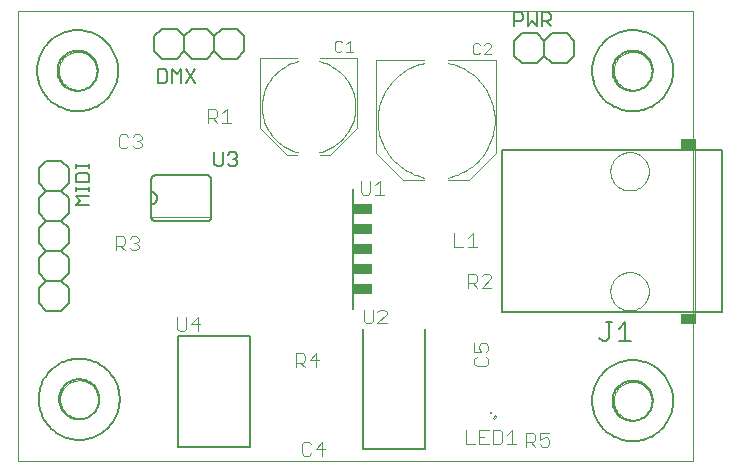
<source format=gto>
G75*
%MOIN*%
%OFA0B0*%
%FSLAX24Y24*%
%IPPOS*%
%LPD*%
%AMOC8*
5,1,8,0,0,1.08239X$1,22.5*
%
%ADD10C,0.0000*%
%ADD11C,0.0060*%
%ADD12C,0.0020*%
%ADD13C,0.0050*%
%ADD14C,0.0080*%
%ADD15C,0.0040*%
%ADD16R,0.0660X0.0380*%
%ADD17C,0.0030*%
%ADD18C,0.0004*%
%ADD19R,0.0450X0.0364*%
%ADD20C,0.0025*%
%ADD21C,0.0098*%
D10*
X000300Y003064D02*
X000300Y018064D01*
X022800Y018064D01*
X022800Y003064D01*
X000300Y003064D01*
X001720Y005114D02*
X001722Y005164D01*
X001728Y005214D01*
X001738Y005263D01*
X001752Y005311D01*
X001769Y005358D01*
X001790Y005403D01*
X001815Y005447D01*
X001843Y005488D01*
X001875Y005527D01*
X001909Y005564D01*
X001946Y005598D01*
X001986Y005628D01*
X002028Y005655D01*
X002072Y005679D01*
X002118Y005700D01*
X002165Y005716D01*
X002213Y005729D01*
X002263Y005738D01*
X002312Y005743D01*
X002363Y005744D01*
X002413Y005741D01*
X002462Y005734D01*
X002511Y005723D01*
X002559Y005708D01*
X002605Y005690D01*
X002650Y005668D01*
X002693Y005642D01*
X002734Y005613D01*
X002773Y005581D01*
X002809Y005546D01*
X002841Y005508D01*
X002871Y005468D01*
X002898Y005425D01*
X002921Y005381D01*
X002940Y005335D01*
X002956Y005287D01*
X002968Y005238D01*
X002976Y005189D01*
X002980Y005139D01*
X002980Y005089D01*
X002976Y005039D01*
X002968Y004990D01*
X002956Y004941D01*
X002940Y004893D01*
X002921Y004847D01*
X002898Y004803D01*
X002871Y004760D01*
X002841Y004720D01*
X002809Y004682D01*
X002773Y004647D01*
X002734Y004615D01*
X002693Y004586D01*
X002650Y004560D01*
X002605Y004538D01*
X002559Y004520D01*
X002511Y004505D01*
X002462Y004494D01*
X002413Y004487D01*
X002363Y004484D01*
X002312Y004485D01*
X002263Y004490D01*
X002213Y004499D01*
X002165Y004512D01*
X002118Y004528D01*
X002072Y004549D01*
X002028Y004573D01*
X001986Y004600D01*
X001946Y004630D01*
X001909Y004664D01*
X001875Y004701D01*
X001843Y004740D01*
X001815Y004781D01*
X001790Y004825D01*
X001769Y004870D01*
X001752Y004917D01*
X001738Y004965D01*
X001728Y005014D01*
X001722Y005064D01*
X001720Y005114D01*
X001670Y016064D02*
X001672Y016114D01*
X001678Y016164D01*
X001688Y016213D01*
X001702Y016261D01*
X001719Y016308D01*
X001740Y016353D01*
X001765Y016397D01*
X001793Y016438D01*
X001825Y016477D01*
X001859Y016514D01*
X001896Y016548D01*
X001936Y016578D01*
X001978Y016605D01*
X002022Y016629D01*
X002068Y016650D01*
X002115Y016666D01*
X002163Y016679D01*
X002213Y016688D01*
X002262Y016693D01*
X002313Y016694D01*
X002363Y016691D01*
X002412Y016684D01*
X002461Y016673D01*
X002509Y016658D01*
X002555Y016640D01*
X002600Y016618D01*
X002643Y016592D01*
X002684Y016563D01*
X002723Y016531D01*
X002759Y016496D01*
X002791Y016458D01*
X002821Y016418D01*
X002848Y016375D01*
X002871Y016331D01*
X002890Y016285D01*
X002906Y016237D01*
X002918Y016188D01*
X002926Y016139D01*
X002930Y016089D01*
X002930Y016039D01*
X002926Y015989D01*
X002918Y015940D01*
X002906Y015891D01*
X002890Y015843D01*
X002871Y015797D01*
X002848Y015753D01*
X002821Y015710D01*
X002791Y015670D01*
X002759Y015632D01*
X002723Y015597D01*
X002684Y015565D01*
X002643Y015536D01*
X002600Y015510D01*
X002555Y015488D01*
X002509Y015470D01*
X002461Y015455D01*
X002412Y015444D01*
X002363Y015437D01*
X002313Y015434D01*
X002262Y015435D01*
X002213Y015440D01*
X002163Y015449D01*
X002115Y015462D01*
X002068Y015478D01*
X002022Y015499D01*
X001978Y015523D01*
X001936Y015550D01*
X001896Y015580D01*
X001859Y015614D01*
X001825Y015651D01*
X001793Y015690D01*
X001765Y015731D01*
X001740Y015775D01*
X001719Y015820D01*
X001702Y015867D01*
X001688Y015915D01*
X001678Y015964D01*
X001672Y016014D01*
X001670Y016064D01*
X020060Y012714D02*
X020062Y012764D01*
X020068Y012814D01*
X020078Y012863D01*
X020091Y012912D01*
X020109Y012959D01*
X020130Y013005D01*
X020154Y013048D01*
X020182Y013090D01*
X020213Y013130D01*
X020247Y013167D01*
X020284Y013201D01*
X020324Y013232D01*
X020366Y013260D01*
X020409Y013284D01*
X020455Y013305D01*
X020502Y013323D01*
X020551Y013336D01*
X020600Y013346D01*
X020650Y013352D01*
X020700Y013354D01*
X020750Y013352D01*
X020800Y013346D01*
X020849Y013336D01*
X020898Y013323D01*
X020945Y013305D01*
X020991Y013284D01*
X021034Y013260D01*
X021076Y013232D01*
X021116Y013201D01*
X021153Y013167D01*
X021187Y013130D01*
X021218Y013090D01*
X021246Y013048D01*
X021270Y013005D01*
X021291Y012959D01*
X021309Y012912D01*
X021322Y012863D01*
X021332Y012814D01*
X021338Y012764D01*
X021340Y012714D01*
X021338Y012664D01*
X021332Y012614D01*
X021322Y012565D01*
X021309Y012516D01*
X021291Y012469D01*
X021270Y012423D01*
X021246Y012380D01*
X021218Y012338D01*
X021187Y012298D01*
X021153Y012261D01*
X021116Y012227D01*
X021076Y012196D01*
X021034Y012168D01*
X020991Y012144D01*
X020945Y012123D01*
X020898Y012105D01*
X020849Y012092D01*
X020800Y012082D01*
X020750Y012076D01*
X020700Y012074D01*
X020650Y012076D01*
X020600Y012082D01*
X020551Y012092D01*
X020502Y012105D01*
X020455Y012123D01*
X020409Y012144D01*
X020366Y012168D01*
X020324Y012196D01*
X020284Y012227D01*
X020247Y012261D01*
X020213Y012298D01*
X020182Y012338D01*
X020154Y012380D01*
X020130Y012423D01*
X020109Y012469D01*
X020091Y012516D01*
X020078Y012565D01*
X020068Y012614D01*
X020062Y012664D01*
X020060Y012714D01*
X020170Y016064D02*
X020172Y016114D01*
X020178Y016164D01*
X020188Y016213D01*
X020202Y016261D01*
X020219Y016308D01*
X020240Y016353D01*
X020265Y016397D01*
X020293Y016438D01*
X020325Y016477D01*
X020359Y016514D01*
X020396Y016548D01*
X020436Y016578D01*
X020478Y016605D01*
X020522Y016629D01*
X020568Y016650D01*
X020615Y016666D01*
X020663Y016679D01*
X020713Y016688D01*
X020762Y016693D01*
X020813Y016694D01*
X020863Y016691D01*
X020912Y016684D01*
X020961Y016673D01*
X021009Y016658D01*
X021055Y016640D01*
X021100Y016618D01*
X021143Y016592D01*
X021184Y016563D01*
X021223Y016531D01*
X021259Y016496D01*
X021291Y016458D01*
X021321Y016418D01*
X021348Y016375D01*
X021371Y016331D01*
X021390Y016285D01*
X021406Y016237D01*
X021418Y016188D01*
X021426Y016139D01*
X021430Y016089D01*
X021430Y016039D01*
X021426Y015989D01*
X021418Y015940D01*
X021406Y015891D01*
X021390Y015843D01*
X021371Y015797D01*
X021348Y015753D01*
X021321Y015710D01*
X021291Y015670D01*
X021259Y015632D01*
X021223Y015597D01*
X021184Y015565D01*
X021143Y015536D01*
X021100Y015510D01*
X021055Y015488D01*
X021009Y015470D01*
X020961Y015455D01*
X020912Y015444D01*
X020863Y015437D01*
X020813Y015434D01*
X020762Y015435D01*
X020713Y015440D01*
X020663Y015449D01*
X020615Y015462D01*
X020568Y015478D01*
X020522Y015499D01*
X020478Y015523D01*
X020436Y015550D01*
X020396Y015580D01*
X020359Y015614D01*
X020325Y015651D01*
X020293Y015690D01*
X020265Y015731D01*
X020240Y015775D01*
X020219Y015820D01*
X020202Y015867D01*
X020188Y015915D01*
X020178Y015964D01*
X020172Y016014D01*
X020170Y016064D01*
X020060Y008714D02*
X020062Y008764D01*
X020068Y008814D01*
X020078Y008863D01*
X020091Y008912D01*
X020109Y008959D01*
X020130Y009005D01*
X020154Y009048D01*
X020182Y009090D01*
X020213Y009130D01*
X020247Y009167D01*
X020284Y009201D01*
X020324Y009232D01*
X020366Y009260D01*
X020409Y009284D01*
X020455Y009305D01*
X020502Y009323D01*
X020551Y009336D01*
X020600Y009346D01*
X020650Y009352D01*
X020700Y009354D01*
X020750Y009352D01*
X020800Y009346D01*
X020849Y009336D01*
X020898Y009323D01*
X020945Y009305D01*
X020991Y009284D01*
X021034Y009260D01*
X021076Y009232D01*
X021116Y009201D01*
X021153Y009167D01*
X021187Y009130D01*
X021218Y009090D01*
X021246Y009048D01*
X021270Y009005D01*
X021291Y008959D01*
X021309Y008912D01*
X021322Y008863D01*
X021332Y008814D01*
X021338Y008764D01*
X021340Y008714D01*
X021338Y008664D01*
X021332Y008614D01*
X021322Y008565D01*
X021309Y008516D01*
X021291Y008469D01*
X021270Y008423D01*
X021246Y008380D01*
X021218Y008338D01*
X021187Y008298D01*
X021153Y008261D01*
X021116Y008227D01*
X021076Y008196D01*
X021034Y008168D01*
X020991Y008144D01*
X020945Y008123D01*
X020898Y008105D01*
X020849Y008092D01*
X020800Y008082D01*
X020750Y008076D01*
X020700Y008074D01*
X020650Y008076D01*
X020600Y008082D01*
X020551Y008092D01*
X020502Y008105D01*
X020455Y008123D01*
X020409Y008144D01*
X020366Y008168D01*
X020324Y008196D01*
X020284Y008227D01*
X020247Y008261D01*
X020213Y008298D01*
X020182Y008338D01*
X020154Y008380D01*
X020130Y008423D01*
X020109Y008469D01*
X020091Y008516D01*
X020078Y008565D01*
X020068Y008614D01*
X020062Y008664D01*
X020060Y008714D01*
X020170Y005064D02*
X020172Y005114D01*
X020178Y005164D01*
X020188Y005213D01*
X020202Y005261D01*
X020219Y005308D01*
X020240Y005353D01*
X020265Y005397D01*
X020293Y005438D01*
X020325Y005477D01*
X020359Y005514D01*
X020396Y005548D01*
X020436Y005578D01*
X020478Y005605D01*
X020522Y005629D01*
X020568Y005650D01*
X020615Y005666D01*
X020663Y005679D01*
X020713Y005688D01*
X020762Y005693D01*
X020813Y005694D01*
X020863Y005691D01*
X020912Y005684D01*
X020961Y005673D01*
X021009Y005658D01*
X021055Y005640D01*
X021100Y005618D01*
X021143Y005592D01*
X021184Y005563D01*
X021223Y005531D01*
X021259Y005496D01*
X021291Y005458D01*
X021321Y005418D01*
X021348Y005375D01*
X021371Y005331D01*
X021390Y005285D01*
X021406Y005237D01*
X021418Y005188D01*
X021426Y005139D01*
X021430Y005089D01*
X021430Y005039D01*
X021426Y004989D01*
X021418Y004940D01*
X021406Y004891D01*
X021390Y004843D01*
X021371Y004797D01*
X021348Y004753D01*
X021321Y004710D01*
X021291Y004670D01*
X021259Y004632D01*
X021223Y004597D01*
X021184Y004565D01*
X021143Y004536D01*
X021100Y004510D01*
X021055Y004488D01*
X021009Y004470D01*
X020961Y004455D01*
X020912Y004444D01*
X020863Y004437D01*
X020813Y004434D01*
X020762Y004435D01*
X020713Y004440D01*
X020663Y004449D01*
X020615Y004462D01*
X020568Y004478D01*
X020522Y004499D01*
X020478Y004523D01*
X020436Y004550D01*
X020396Y004580D01*
X020359Y004614D01*
X020325Y004651D01*
X020293Y004690D01*
X020265Y004731D01*
X020240Y004775D01*
X020219Y004820D01*
X020202Y004867D01*
X020188Y004915D01*
X020178Y004964D01*
X020172Y005014D01*
X020170Y005064D01*
D11*
X019450Y005064D02*
X019452Y005137D01*
X019458Y005210D01*
X019468Y005282D01*
X019482Y005354D01*
X019499Y005425D01*
X019521Y005495D01*
X019546Y005564D01*
X019575Y005631D01*
X019607Y005696D01*
X019643Y005760D01*
X019683Y005822D01*
X019725Y005881D01*
X019771Y005938D01*
X019820Y005992D01*
X019872Y006044D01*
X019926Y006093D01*
X019983Y006139D01*
X020042Y006181D01*
X020104Y006221D01*
X020168Y006257D01*
X020233Y006289D01*
X020300Y006318D01*
X020369Y006343D01*
X020439Y006365D01*
X020510Y006382D01*
X020582Y006396D01*
X020654Y006406D01*
X020727Y006412D01*
X020800Y006414D01*
X020873Y006412D01*
X020946Y006406D01*
X021018Y006396D01*
X021090Y006382D01*
X021161Y006365D01*
X021231Y006343D01*
X021300Y006318D01*
X021367Y006289D01*
X021432Y006257D01*
X021496Y006221D01*
X021558Y006181D01*
X021617Y006139D01*
X021674Y006093D01*
X021728Y006044D01*
X021780Y005992D01*
X021829Y005938D01*
X021875Y005881D01*
X021917Y005822D01*
X021957Y005760D01*
X021993Y005696D01*
X022025Y005631D01*
X022054Y005564D01*
X022079Y005495D01*
X022101Y005425D01*
X022118Y005354D01*
X022132Y005282D01*
X022142Y005210D01*
X022148Y005137D01*
X022150Y005064D01*
X022148Y004991D01*
X022142Y004918D01*
X022132Y004846D01*
X022118Y004774D01*
X022101Y004703D01*
X022079Y004633D01*
X022054Y004564D01*
X022025Y004497D01*
X021993Y004432D01*
X021957Y004368D01*
X021917Y004306D01*
X021875Y004247D01*
X021829Y004190D01*
X021780Y004136D01*
X021728Y004084D01*
X021674Y004035D01*
X021617Y003989D01*
X021558Y003947D01*
X021496Y003907D01*
X021432Y003871D01*
X021367Y003839D01*
X021300Y003810D01*
X021231Y003785D01*
X021161Y003763D01*
X021090Y003746D01*
X021018Y003732D01*
X020946Y003722D01*
X020873Y003716D01*
X020800Y003714D01*
X020727Y003716D01*
X020654Y003722D01*
X020582Y003732D01*
X020510Y003746D01*
X020439Y003763D01*
X020369Y003785D01*
X020300Y003810D01*
X020233Y003839D01*
X020168Y003871D01*
X020104Y003907D01*
X020042Y003947D01*
X019983Y003989D01*
X019926Y004035D01*
X019872Y004084D01*
X019820Y004136D01*
X019771Y004190D01*
X019725Y004247D01*
X019683Y004306D01*
X019643Y004368D01*
X019607Y004432D01*
X019575Y004497D01*
X019546Y004564D01*
X019521Y004633D01*
X019499Y004703D01*
X019482Y004774D01*
X019468Y004846D01*
X019458Y004918D01*
X019452Y004991D01*
X019450Y005064D01*
X019798Y007044D02*
X019904Y007044D01*
X020011Y007151D01*
X020011Y007685D01*
X019904Y007685D02*
X020118Y007685D01*
X020335Y007471D02*
X020549Y007685D01*
X020549Y007044D01*
X020762Y007044D02*
X020335Y007044D01*
X019798Y007044D02*
X019691Y007151D01*
X019450Y016064D02*
X019452Y016137D01*
X019458Y016210D01*
X019468Y016282D01*
X019482Y016354D01*
X019499Y016425D01*
X019521Y016495D01*
X019546Y016564D01*
X019575Y016631D01*
X019607Y016696D01*
X019643Y016760D01*
X019683Y016822D01*
X019725Y016881D01*
X019771Y016938D01*
X019820Y016992D01*
X019872Y017044D01*
X019926Y017093D01*
X019983Y017139D01*
X020042Y017181D01*
X020104Y017221D01*
X020168Y017257D01*
X020233Y017289D01*
X020300Y017318D01*
X020369Y017343D01*
X020439Y017365D01*
X020510Y017382D01*
X020582Y017396D01*
X020654Y017406D01*
X020727Y017412D01*
X020800Y017414D01*
X020873Y017412D01*
X020946Y017406D01*
X021018Y017396D01*
X021090Y017382D01*
X021161Y017365D01*
X021231Y017343D01*
X021300Y017318D01*
X021367Y017289D01*
X021432Y017257D01*
X021496Y017221D01*
X021558Y017181D01*
X021617Y017139D01*
X021674Y017093D01*
X021728Y017044D01*
X021780Y016992D01*
X021829Y016938D01*
X021875Y016881D01*
X021917Y016822D01*
X021957Y016760D01*
X021993Y016696D01*
X022025Y016631D01*
X022054Y016564D01*
X022079Y016495D01*
X022101Y016425D01*
X022118Y016354D01*
X022132Y016282D01*
X022142Y016210D01*
X022148Y016137D01*
X022150Y016064D01*
X022148Y015991D01*
X022142Y015918D01*
X022132Y015846D01*
X022118Y015774D01*
X022101Y015703D01*
X022079Y015633D01*
X022054Y015564D01*
X022025Y015497D01*
X021993Y015432D01*
X021957Y015368D01*
X021917Y015306D01*
X021875Y015247D01*
X021829Y015190D01*
X021780Y015136D01*
X021728Y015084D01*
X021674Y015035D01*
X021617Y014989D01*
X021558Y014947D01*
X021496Y014907D01*
X021432Y014871D01*
X021367Y014839D01*
X021300Y014810D01*
X021231Y014785D01*
X021161Y014763D01*
X021090Y014746D01*
X021018Y014732D01*
X020946Y014722D01*
X020873Y014716D01*
X020800Y014714D01*
X020727Y014716D01*
X020654Y014722D01*
X020582Y014732D01*
X020510Y014746D01*
X020439Y014763D01*
X020369Y014785D01*
X020300Y014810D01*
X020233Y014839D01*
X020168Y014871D01*
X020104Y014907D01*
X020042Y014947D01*
X019983Y014989D01*
X019926Y015035D01*
X019872Y015084D01*
X019820Y015136D01*
X019771Y015190D01*
X019725Y015247D01*
X019683Y015306D01*
X019643Y015368D01*
X019607Y015432D01*
X019575Y015497D01*
X019546Y015564D01*
X019521Y015633D01*
X019499Y015703D01*
X019482Y015774D01*
X019468Y015846D01*
X019458Y015918D01*
X019452Y015991D01*
X019450Y016064D01*
X018850Y016564D02*
X018600Y016314D01*
X018100Y016314D01*
X017850Y016564D01*
X017600Y016314D01*
X017100Y016314D01*
X016850Y016564D01*
X016850Y017064D01*
X017100Y017314D01*
X017600Y017314D01*
X017850Y017064D01*
X018100Y017314D01*
X018600Y017314D01*
X018850Y017064D01*
X018850Y016564D01*
X017850Y016564D02*
X017850Y017064D01*
X007850Y017214D02*
X007850Y016714D01*
X007600Y016464D01*
X007100Y016464D01*
X006850Y016714D01*
X006600Y016464D01*
X006100Y016464D01*
X005850Y016714D01*
X005600Y016464D01*
X005100Y016464D01*
X004850Y016714D01*
X004850Y017214D01*
X005100Y017464D01*
X005600Y017464D01*
X005850Y017214D01*
X006100Y017464D01*
X006600Y017464D01*
X006850Y017214D01*
X007100Y017464D01*
X007600Y017464D01*
X007850Y017214D01*
X006850Y017214D02*
X006850Y016714D01*
X005850Y016714D02*
X005850Y017214D01*
X000950Y016064D02*
X000952Y016137D01*
X000958Y016210D01*
X000968Y016282D01*
X000982Y016354D01*
X000999Y016425D01*
X001021Y016495D01*
X001046Y016564D01*
X001075Y016631D01*
X001107Y016696D01*
X001143Y016760D01*
X001183Y016822D01*
X001225Y016881D01*
X001271Y016938D01*
X001320Y016992D01*
X001372Y017044D01*
X001426Y017093D01*
X001483Y017139D01*
X001542Y017181D01*
X001604Y017221D01*
X001668Y017257D01*
X001733Y017289D01*
X001800Y017318D01*
X001869Y017343D01*
X001939Y017365D01*
X002010Y017382D01*
X002082Y017396D01*
X002154Y017406D01*
X002227Y017412D01*
X002300Y017414D01*
X002373Y017412D01*
X002446Y017406D01*
X002518Y017396D01*
X002590Y017382D01*
X002661Y017365D01*
X002731Y017343D01*
X002800Y017318D01*
X002867Y017289D01*
X002932Y017257D01*
X002996Y017221D01*
X003058Y017181D01*
X003117Y017139D01*
X003174Y017093D01*
X003228Y017044D01*
X003280Y016992D01*
X003329Y016938D01*
X003375Y016881D01*
X003417Y016822D01*
X003457Y016760D01*
X003493Y016696D01*
X003525Y016631D01*
X003554Y016564D01*
X003579Y016495D01*
X003601Y016425D01*
X003618Y016354D01*
X003632Y016282D01*
X003642Y016210D01*
X003648Y016137D01*
X003650Y016064D01*
X003648Y015991D01*
X003642Y015918D01*
X003632Y015846D01*
X003618Y015774D01*
X003601Y015703D01*
X003579Y015633D01*
X003554Y015564D01*
X003525Y015497D01*
X003493Y015432D01*
X003457Y015368D01*
X003417Y015306D01*
X003375Y015247D01*
X003329Y015190D01*
X003280Y015136D01*
X003228Y015084D01*
X003174Y015035D01*
X003117Y014989D01*
X003058Y014947D01*
X002996Y014907D01*
X002932Y014871D01*
X002867Y014839D01*
X002800Y014810D01*
X002731Y014785D01*
X002661Y014763D01*
X002590Y014746D01*
X002518Y014732D01*
X002446Y014722D01*
X002373Y014716D01*
X002300Y014714D01*
X002227Y014716D01*
X002154Y014722D01*
X002082Y014732D01*
X002010Y014746D01*
X001939Y014763D01*
X001869Y014785D01*
X001800Y014810D01*
X001733Y014839D01*
X001668Y014871D01*
X001604Y014907D01*
X001542Y014947D01*
X001483Y014989D01*
X001426Y015035D01*
X001372Y015084D01*
X001320Y015136D01*
X001271Y015190D01*
X001225Y015247D01*
X001183Y015306D01*
X001143Y015368D01*
X001107Y015432D01*
X001075Y015497D01*
X001046Y015564D01*
X001021Y015633D01*
X000999Y015703D01*
X000982Y015774D01*
X000968Y015846D01*
X000958Y015918D01*
X000952Y015991D01*
X000950Y016064D01*
X001250Y013064D02*
X001000Y012814D01*
X001000Y012314D01*
X001250Y012064D01*
X001000Y011814D01*
X001000Y011314D01*
X001250Y011064D01*
X001750Y011064D01*
X002000Y011314D01*
X002000Y011814D01*
X001750Y012064D01*
X001250Y012064D01*
X001750Y012064D02*
X002000Y012314D01*
X002000Y012814D01*
X001750Y013064D01*
X001250Y013064D01*
X001250Y011064D02*
X001000Y010814D01*
X001000Y010314D01*
X001250Y010064D01*
X001000Y009814D01*
X001000Y009314D01*
X001250Y009064D01*
X001000Y008814D01*
X001000Y008314D01*
X001250Y008064D01*
X001750Y008064D01*
X002000Y008314D01*
X002000Y008814D01*
X001750Y009064D01*
X001250Y009064D01*
X001750Y009064D02*
X002000Y009314D01*
X002000Y009814D01*
X001750Y010064D01*
X001250Y010064D01*
X001750Y010064D02*
X002000Y010314D01*
X002000Y010814D01*
X001750Y011064D01*
X004750Y011194D02*
X004750Y011614D01*
X004750Y012014D01*
X004750Y012434D01*
X004752Y012457D01*
X004757Y012480D01*
X004766Y012502D01*
X004779Y012522D01*
X004794Y012540D01*
X004812Y012555D01*
X004832Y012568D01*
X004854Y012577D01*
X004877Y012582D01*
X004900Y012584D01*
X006600Y012584D01*
X006623Y012582D01*
X006646Y012577D01*
X006668Y012568D01*
X006688Y012555D01*
X006706Y012540D01*
X006721Y012522D01*
X006734Y012502D01*
X006743Y012480D01*
X006748Y012457D01*
X006750Y012434D01*
X006750Y011194D01*
X006748Y011171D01*
X006743Y011148D01*
X006734Y011126D01*
X006721Y011106D01*
X006706Y011088D01*
X006688Y011073D01*
X006668Y011060D01*
X006646Y011051D01*
X006623Y011046D01*
X006600Y011044D01*
X004900Y011044D01*
X004877Y011046D01*
X004854Y011051D01*
X004832Y011060D01*
X004812Y011073D01*
X004794Y011088D01*
X004779Y011106D01*
X004766Y011126D01*
X004757Y011148D01*
X004752Y011171D01*
X004750Y011194D01*
X004750Y011614D02*
X004777Y011616D01*
X004804Y011621D01*
X004830Y011631D01*
X004854Y011643D01*
X004876Y011659D01*
X004896Y011677D01*
X004913Y011699D01*
X004928Y011722D01*
X004938Y011747D01*
X004946Y011773D01*
X004950Y011800D01*
X004950Y011828D01*
X004946Y011855D01*
X004938Y011881D01*
X004928Y011906D01*
X004913Y011929D01*
X004896Y011951D01*
X004876Y011969D01*
X004854Y011985D01*
X004830Y011997D01*
X004804Y012007D01*
X004777Y012012D01*
X004750Y012014D01*
X001000Y005114D02*
X001002Y005187D01*
X001008Y005260D01*
X001018Y005332D01*
X001032Y005404D01*
X001049Y005475D01*
X001071Y005545D01*
X001096Y005614D01*
X001125Y005681D01*
X001157Y005746D01*
X001193Y005810D01*
X001233Y005872D01*
X001275Y005931D01*
X001321Y005988D01*
X001370Y006042D01*
X001422Y006094D01*
X001476Y006143D01*
X001533Y006189D01*
X001592Y006231D01*
X001654Y006271D01*
X001718Y006307D01*
X001783Y006339D01*
X001850Y006368D01*
X001919Y006393D01*
X001989Y006415D01*
X002060Y006432D01*
X002132Y006446D01*
X002204Y006456D01*
X002277Y006462D01*
X002350Y006464D01*
X002423Y006462D01*
X002496Y006456D01*
X002568Y006446D01*
X002640Y006432D01*
X002711Y006415D01*
X002781Y006393D01*
X002850Y006368D01*
X002917Y006339D01*
X002982Y006307D01*
X003046Y006271D01*
X003108Y006231D01*
X003167Y006189D01*
X003224Y006143D01*
X003278Y006094D01*
X003330Y006042D01*
X003379Y005988D01*
X003425Y005931D01*
X003467Y005872D01*
X003507Y005810D01*
X003543Y005746D01*
X003575Y005681D01*
X003604Y005614D01*
X003629Y005545D01*
X003651Y005475D01*
X003668Y005404D01*
X003682Y005332D01*
X003692Y005260D01*
X003698Y005187D01*
X003700Y005114D01*
X003698Y005041D01*
X003692Y004968D01*
X003682Y004896D01*
X003668Y004824D01*
X003651Y004753D01*
X003629Y004683D01*
X003604Y004614D01*
X003575Y004547D01*
X003543Y004482D01*
X003507Y004418D01*
X003467Y004356D01*
X003425Y004297D01*
X003379Y004240D01*
X003330Y004186D01*
X003278Y004134D01*
X003224Y004085D01*
X003167Y004039D01*
X003108Y003997D01*
X003046Y003957D01*
X002982Y003921D01*
X002917Y003889D01*
X002850Y003860D01*
X002781Y003835D01*
X002711Y003813D01*
X002640Y003796D01*
X002568Y003782D01*
X002496Y003772D01*
X002423Y003766D01*
X002350Y003764D01*
X002277Y003766D01*
X002204Y003772D01*
X002132Y003782D01*
X002060Y003796D01*
X001989Y003813D01*
X001919Y003835D01*
X001850Y003860D01*
X001783Y003889D01*
X001718Y003921D01*
X001654Y003957D01*
X001592Y003997D01*
X001533Y004039D01*
X001476Y004085D01*
X001422Y004134D01*
X001370Y004186D01*
X001321Y004240D01*
X001275Y004297D01*
X001233Y004356D01*
X001193Y004418D01*
X001157Y004482D01*
X001125Y004547D01*
X001096Y004614D01*
X001071Y004683D01*
X001049Y004753D01*
X001032Y004824D01*
X001018Y004896D01*
X001008Y004968D01*
X001002Y005041D01*
X001000Y005114D01*
D12*
X004750Y011184D02*
X006750Y011184D01*
D13*
X006929Y012889D02*
X007079Y012889D01*
X007154Y012964D01*
X007154Y013340D01*
X007315Y013265D02*
X007390Y013340D01*
X007540Y013340D01*
X007615Y013265D01*
X007615Y013190D01*
X007540Y013115D01*
X007615Y013039D01*
X007615Y012964D01*
X007540Y012889D01*
X007390Y012889D01*
X007315Y012964D01*
X007465Y013115D02*
X007540Y013115D01*
X006929Y012889D02*
X006854Y012964D01*
X006854Y013340D01*
X006216Y015659D02*
X005916Y016110D01*
X005756Y016110D02*
X005756Y015659D01*
X005916Y015659D02*
X006216Y016110D01*
X005756Y016110D02*
X005606Y015960D01*
X005455Y016110D01*
X005455Y015659D01*
X005295Y015734D02*
X005295Y016035D01*
X005220Y016110D01*
X004995Y016110D01*
X004995Y015659D01*
X005220Y015659D01*
X005295Y015734D01*
X002695Y012963D02*
X002695Y012812D01*
X002695Y012887D02*
X002245Y012887D01*
X002245Y012812D02*
X002245Y012963D01*
X002320Y012652D02*
X002245Y012577D01*
X002245Y012352D01*
X002695Y012352D01*
X002695Y012577D01*
X002620Y012652D01*
X002320Y012652D01*
X002245Y012195D02*
X002245Y012045D01*
X002245Y012120D02*
X002695Y012120D01*
X002695Y012045D02*
X002695Y012195D01*
X002695Y011885D02*
X002245Y011885D01*
X002395Y011735D01*
X002245Y011585D01*
X002695Y011585D01*
X016845Y017559D02*
X016845Y018010D01*
X017070Y018010D01*
X017145Y017935D01*
X017145Y017785D01*
X017070Y017709D01*
X016845Y017709D01*
X017305Y017559D02*
X017305Y018010D01*
X017606Y018010D02*
X017606Y017559D01*
X017456Y017709D01*
X017305Y017559D01*
X017766Y017559D02*
X017766Y018010D01*
X017991Y018010D01*
X018066Y017935D01*
X018066Y017785D01*
X017991Y017709D01*
X017766Y017709D01*
X017916Y017709D02*
X018066Y017559D01*
D14*
X020131Y016064D02*
X020133Y016115D01*
X020139Y016166D01*
X020149Y016216D01*
X020162Y016266D01*
X020180Y016314D01*
X020200Y016361D01*
X020225Y016406D01*
X020253Y016449D01*
X020284Y016490D01*
X020318Y016528D01*
X020355Y016563D01*
X020394Y016596D01*
X020436Y016626D01*
X020480Y016652D01*
X020526Y016674D01*
X020574Y016694D01*
X020623Y016709D01*
X020673Y016721D01*
X020723Y016729D01*
X020774Y016733D01*
X020826Y016733D01*
X020877Y016729D01*
X020927Y016721D01*
X020977Y016709D01*
X021026Y016694D01*
X021074Y016674D01*
X021120Y016652D01*
X021164Y016626D01*
X021206Y016596D01*
X021245Y016563D01*
X021282Y016528D01*
X021316Y016490D01*
X021347Y016449D01*
X021375Y016406D01*
X021400Y016361D01*
X021420Y016314D01*
X021438Y016266D01*
X021451Y016216D01*
X021461Y016166D01*
X021467Y016115D01*
X021469Y016064D01*
X021467Y016013D01*
X021461Y015962D01*
X021451Y015912D01*
X021438Y015862D01*
X021420Y015814D01*
X021400Y015767D01*
X021375Y015722D01*
X021347Y015679D01*
X021316Y015638D01*
X021282Y015600D01*
X021245Y015565D01*
X021206Y015532D01*
X021164Y015502D01*
X021120Y015476D01*
X021074Y015454D01*
X021026Y015434D01*
X020977Y015419D01*
X020927Y015407D01*
X020877Y015399D01*
X020826Y015395D01*
X020774Y015395D01*
X020723Y015399D01*
X020673Y015407D01*
X020623Y015419D01*
X020574Y015434D01*
X020526Y015454D01*
X020480Y015476D01*
X020436Y015502D01*
X020394Y015532D01*
X020355Y015565D01*
X020318Y015600D01*
X020284Y015638D01*
X020253Y015679D01*
X020225Y015722D01*
X020200Y015767D01*
X020180Y015814D01*
X020162Y015862D01*
X020149Y015912D01*
X020139Y015962D01*
X020133Y016013D01*
X020131Y016064D01*
X023764Y013422D02*
X016441Y013422D01*
X016441Y008007D01*
X023764Y008007D01*
X023764Y013422D01*
X013874Y007472D02*
X013874Y003456D01*
X011826Y003456D01*
X011826Y007472D01*
X011484Y008109D02*
X011484Y012120D01*
X008060Y007206D02*
X005640Y007206D01*
X005640Y003522D01*
X008060Y003522D01*
X008060Y007206D01*
X001681Y005114D02*
X001683Y005165D01*
X001689Y005216D01*
X001699Y005266D01*
X001712Y005316D01*
X001730Y005364D01*
X001750Y005411D01*
X001775Y005456D01*
X001803Y005499D01*
X001834Y005540D01*
X001868Y005578D01*
X001905Y005613D01*
X001944Y005646D01*
X001986Y005676D01*
X002030Y005702D01*
X002076Y005724D01*
X002124Y005744D01*
X002173Y005759D01*
X002223Y005771D01*
X002273Y005779D01*
X002324Y005783D01*
X002376Y005783D01*
X002427Y005779D01*
X002477Y005771D01*
X002527Y005759D01*
X002576Y005744D01*
X002624Y005724D01*
X002670Y005702D01*
X002714Y005676D01*
X002756Y005646D01*
X002795Y005613D01*
X002832Y005578D01*
X002866Y005540D01*
X002897Y005499D01*
X002925Y005456D01*
X002950Y005411D01*
X002970Y005364D01*
X002988Y005316D01*
X003001Y005266D01*
X003011Y005216D01*
X003017Y005165D01*
X003019Y005114D01*
X003017Y005063D01*
X003011Y005012D01*
X003001Y004962D01*
X002988Y004912D01*
X002970Y004864D01*
X002950Y004817D01*
X002925Y004772D01*
X002897Y004729D01*
X002866Y004688D01*
X002832Y004650D01*
X002795Y004615D01*
X002756Y004582D01*
X002714Y004552D01*
X002670Y004526D01*
X002624Y004504D01*
X002576Y004484D01*
X002527Y004469D01*
X002477Y004457D01*
X002427Y004449D01*
X002376Y004445D01*
X002324Y004445D01*
X002273Y004449D01*
X002223Y004457D01*
X002173Y004469D01*
X002124Y004484D01*
X002076Y004504D01*
X002030Y004526D01*
X001986Y004552D01*
X001944Y004582D01*
X001905Y004615D01*
X001868Y004650D01*
X001834Y004688D01*
X001803Y004729D01*
X001775Y004772D01*
X001750Y004817D01*
X001730Y004864D01*
X001712Y004912D01*
X001699Y004962D01*
X001689Y005012D01*
X001683Y005063D01*
X001681Y005114D01*
X001631Y016064D02*
X001633Y016115D01*
X001639Y016166D01*
X001649Y016216D01*
X001662Y016266D01*
X001680Y016314D01*
X001700Y016361D01*
X001725Y016406D01*
X001753Y016449D01*
X001784Y016490D01*
X001818Y016528D01*
X001855Y016563D01*
X001894Y016596D01*
X001936Y016626D01*
X001980Y016652D01*
X002026Y016674D01*
X002074Y016694D01*
X002123Y016709D01*
X002173Y016721D01*
X002223Y016729D01*
X002274Y016733D01*
X002326Y016733D01*
X002377Y016729D01*
X002427Y016721D01*
X002477Y016709D01*
X002526Y016694D01*
X002574Y016674D01*
X002620Y016652D01*
X002664Y016626D01*
X002706Y016596D01*
X002745Y016563D01*
X002782Y016528D01*
X002816Y016490D01*
X002847Y016449D01*
X002875Y016406D01*
X002900Y016361D01*
X002920Y016314D01*
X002938Y016266D01*
X002951Y016216D01*
X002961Y016166D01*
X002967Y016115D01*
X002969Y016064D01*
X002967Y016013D01*
X002961Y015962D01*
X002951Y015912D01*
X002938Y015862D01*
X002920Y015814D01*
X002900Y015767D01*
X002875Y015722D01*
X002847Y015679D01*
X002816Y015638D01*
X002782Y015600D01*
X002745Y015565D01*
X002706Y015532D01*
X002664Y015502D01*
X002620Y015476D01*
X002574Y015454D01*
X002526Y015434D01*
X002477Y015419D01*
X002427Y015407D01*
X002377Y015399D01*
X002326Y015395D01*
X002274Y015395D01*
X002223Y015399D01*
X002173Y015407D01*
X002123Y015419D01*
X002074Y015434D01*
X002026Y015454D01*
X001980Y015476D01*
X001936Y015502D01*
X001894Y015532D01*
X001855Y015565D01*
X001818Y015600D01*
X001784Y015638D01*
X001753Y015679D01*
X001725Y015722D01*
X001700Y015767D01*
X001680Y015814D01*
X001662Y015862D01*
X001649Y015912D01*
X001639Y015962D01*
X001633Y016013D01*
X001631Y016064D01*
X020131Y005064D02*
X020133Y005115D01*
X020139Y005166D01*
X020149Y005216D01*
X020162Y005266D01*
X020180Y005314D01*
X020200Y005361D01*
X020225Y005406D01*
X020253Y005449D01*
X020284Y005490D01*
X020318Y005528D01*
X020355Y005563D01*
X020394Y005596D01*
X020436Y005626D01*
X020480Y005652D01*
X020526Y005674D01*
X020574Y005694D01*
X020623Y005709D01*
X020673Y005721D01*
X020723Y005729D01*
X020774Y005733D01*
X020826Y005733D01*
X020877Y005729D01*
X020927Y005721D01*
X020977Y005709D01*
X021026Y005694D01*
X021074Y005674D01*
X021120Y005652D01*
X021164Y005626D01*
X021206Y005596D01*
X021245Y005563D01*
X021282Y005528D01*
X021316Y005490D01*
X021347Y005449D01*
X021375Y005406D01*
X021400Y005361D01*
X021420Y005314D01*
X021438Y005266D01*
X021451Y005216D01*
X021461Y005166D01*
X021467Y005115D01*
X021469Y005064D01*
X021467Y005013D01*
X021461Y004962D01*
X021451Y004912D01*
X021438Y004862D01*
X021420Y004814D01*
X021400Y004767D01*
X021375Y004722D01*
X021347Y004679D01*
X021316Y004638D01*
X021282Y004600D01*
X021245Y004565D01*
X021206Y004532D01*
X021164Y004502D01*
X021120Y004476D01*
X021074Y004454D01*
X021026Y004434D01*
X020977Y004419D01*
X020927Y004407D01*
X020877Y004399D01*
X020826Y004395D01*
X020774Y004395D01*
X020723Y004399D01*
X020673Y004407D01*
X020623Y004419D01*
X020574Y004434D01*
X020526Y004454D01*
X020480Y004476D01*
X020436Y004502D01*
X020394Y004532D01*
X020355Y004565D01*
X020318Y004600D01*
X020284Y004638D01*
X020253Y004679D01*
X020225Y004722D01*
X020200Y004767D01*
X020180Y004814D01*
X020162Y004862D01*
X020149Y004912D01*
X020139Y004962D01*
X020133Y005013D01*
X020131Y005064D01*
D15*
X018017Y003995D02*
X017710Y003995D01*
X017710Y003765D01*
X017863Y003841D01*
X017940Y003841D01*
X018017Y003765D01*
X018017Y003611D01*
X017940Y003534D01*
X017786Y003534D01*
X017710Y003611D01*
X017556Y003534D02*
X017403Y003688D01*
X017479Y003688D02*
X017249Y003688D01*
X017249Y003534D02*
X017249Y003995D01*
X017479Y003995D01*
X017556Y003918D01*
X017556Y003765D01*
X017479Y003688D01*
X016918Y003628D02*
X016611Y003628D01*
X016764Y003628D02*
X016764Y004088D01*
X016611Y003935D01*
X016457Y004012D02*
X016457Y003705D01*
X016380Y003628D01*
X016150Y003628D01*
X016150Y004088D01*
X016380Y004088D01*
X016457Y004012D01*
X015997Y004088D02*
X015690Y004088D01*
X015690Y003628D01*
X015997Y003628D01*
X015843Y003858D02*
X015690Y003858D01*
X015536Y003628D02*
X015229Y003628D01*
X015229Y004088D01*
X015596Y006214D02*
X015903Y006214D01*
X015980Y006290D01*
X015980Y006444D01*
X015903Y006520D01*
X015903Y006674D02*
X015980Y006751D01*
X015980Y006904D01*
X015903Y006981D01*
X015750Y006981D01*
X015673Y006904D01*
X015673Y006827D01*
X015750Y006674D01*
X015520Y006674D01*
X015520Y006981D01*
X015596Y006520D02*
X015520Y006444D01*
X015520Y006290D01*
X015596Y006214D01*
X012602Y007640D02*
X012295Y007640D01*
X012602Y007947D01*
X012602Y008024D01*
X012525Y008101D01*
X012372Y008101D01*
X012295Y008024D01*
X012142Y008101D02*
X012142Y007717D01*
X012065Y007640D01*
X011911Y007640D01*
X011835Y007717D01*
X011835Y008101D01*
X010261Y006645D02*
X010030Y006415D01*
X010337Y006415D01*
X010261Y006645D02*
X010261Y006184D01*
X009877Y006184D02*
X009723Y006338D01*
X009800Y006338D02*
X009570Y006338D01*
X009570Y006184D02*
X009570Y006645D01*
X009800Y006645D01*
X009877Y006568D01*
X009877Y006415D01*
X009800Y006338D01*
X009847Y003695D02*
X009770Y003618D01*
X009770Y003311D01*
X009847Y003234D01*
X010000Y003234D01*
X010077Y003311D01*
X010230Y003465D02*
X010537Y003465D01*
X010461Y003695D02*
X010461Y003234D01*
X010230Y003465D02*
X010461Y003695D01*
X010077Y003618D02*
X010000Y003695D01*
X009847Y003695D01*
X006311Y007384D02*
X006311Y007845D01*
X006080Y007615D01*
X006387Y007615D01*
X005927Y007461D02*
X005927Y007845D01*
X005620Y007845D02*
X005620Y007461D01*
X005697Y007384D01*
X005850Y007384D01*
X005927Y007461D01*
X004261Y010084D02*
X004107Y010084D01*
X004030Y010161D01*
X003877Y010084D02*
X003723Y010238D01*
X003800Y010238D02*
X003570Y010238D01*
X003570Y010084D02*
X003570Y010545D01*
X003800Y010545D01*
X003877Y010468D01*
X003877Y010315D01*
X003800Y010238D01*
X004030Y010468D02*
X004107Y010545D01*
X004261Y010545D01*
X004337Y010468D01*
X004337Y010391D01*
X004261Y010315D01*
X004337Y010238D01*
X004337Y010161D01*
X004261Y010084D01*
X004261Y010315D02*
X004184Y010315D01*
X004207Y013484D02*
X004130Y013561D01*
X004207Y013484D02*
X004361Y013484D01*
X004437Y013561D01*
X004437Y013638D01*
X004361Y013715D01*
X004284Y013715D01*
X004361Y013715D02*
X004437Y013791D01*
X004437Y013868D01*
X004361Y013945D01*
X004207Y013945D01*
X004130Y013868D01*
X003977Y013868D02*
X003900Y013945D01*
X003747Y013945D01*
X003670Y013868D01*
X003670Y013561D01*
X003747Y013484D01*
X003900Y013484D01*
X003977Y013561D01*
X006649Y014334D02*
X006649Y014795D01*
X006879Y014795D01*
X006956Y014718D01*
X006956Y014565D01*
X006879Y014488D01*
X006649Y014488D01*
X006803Y014488D02*
X006956Y014334D01*
X007110Y014334D02*
X007417Y014334D01*
X007263Y014334D02*
X007263Y014795D01*
X007110Y014641D01*
X008386Y014156D02*
X008386Y016479D01*
X009606Y016479D01*
X010394Y016479D02*
X011614Y016479D01*
X011614Y014156D01*
X010709Y013250D01*
X010394Y013250D01*
X009606Y013250D02*
X009291Y013250D01*
X008386Y014156D01*
X009646Y013348D02*
X009569Y013368D01*
X009494Y013391D01*
X009420Y013419D01*
X009348Y013450D01*
X009277Y013485D01*
X009208Y013523D01*
X009142Y013565D01*
X009077Y013610D01*
X009015Y013658D01*
X008955Y013710D01*
X008898Y013764D01*
X008844Y013821D01*
X008792Y013881D01*
X008744Y013943D01*
X008699Y014008D01*
X008658Y014075D01*
X008620Y014144D01*
X008585Y014215D01*
X008554Y014287D01*
X008526Y014361D01*
X008503Y014436D01*
X008483Y014512D01*
X008467Y014590D01*
X008455Y014668D01*
X008447Y014746D01*
X008443Y014825D01*
X008443Y014903D01*
X008447Y014982D01*
X008455Y015060D01*
X008467Y015138D01*
X008483Y015216D01*
X008503Y015292D01*
X008526Y015367D01*
X008554Y015441D01*
X008585Y015513D01*
X008620Y015584D01*
X008658Y015653D01*
X008699Y015720D01*
X008744Y015785D01*
X008792Y015847D01*
X008844Y015907D01*
X008898Y015964D01*
X008955Y016018D01*
X009015Y016070D01*
X009077Y016118D01*
X009142Y016163D01*
X009208Y016205D01*
X009277Y016243D01*
X009348Y016278D01*
X009420Y016309D01*
X009494Y016337D01*
X009569Y016360D01*
X009646Y016380D01*
X010354Y016380D02*
X010431Y016360D01*
X010506Y016337D01*
X010580Y016309D01*
X010652Y016278D01*
X010723Y016243D01*
X010792Y016205D01*
X010858Y016163D01*
X010923Y016118D01*
X010985Y016070D01*
X011045Y016018D01*
X011102Y015964D01*
X011156Y015907D01*
X011208Y015847D01*
X011256Y015785D01*
X011301Y015720D01*
X011342Y015653D01*
X011380Y015584D01*
X011415Y015513D01*
X011446Y015441D01*
X011474Y015367D01*
X011497Y015292D01*
X011517Y015216D01*
X011533Y015138D01*
X011545Y015060D01*
X011553Y014982D01*
X011557Y014903D01*
X011557Y014825D01*
X011553Y014746D01*
X011545Y014668D01*
X011533Y014590D01*
X011517Y014512D01*
X011497Y014436D01*
X011474Y014361D01*
X011446Y014287D01*
X011415Y014215D01*
X011380Y014144D01*
X011342Y014075D01*
X011301Y014008D01*
X011256Y013943D01*
X011208Y013881D01*
X011156Y013821D01*
X011102Y013764D01*
X011045Y013710D01*
X010985Y013658D01*
X010923Y013610D01*
X010858Y013565D01*
X010792Y013523D01*
X010723Y013485D01*
X010652Y013450D01*
X010580Y013419D01*
X010506Y013391D01*
X010431Y013368D01*
X010354Y013348D01*
X011749Y012395D02*
X011749Y012011D01*
X011826Y011934D01*
X011979Y011934D01*
X012056Y012011D01*
X012056Y012395D01*
X012210Y012241D02*
X012363Y012395D01*
X012363Y011934D01*
X012210Y011934D02*
X012517Y011934D01*
X013148Y012406D02*
X012242Y013312D01*
X012242Y016422D01*
X013856Y016422D01*
X014644Y016422D02*
X016258Y016422D01*
X016258Y013312D01*
X015352Y012406D01*
X014644Y012406D01*
X013856Y012406D02*
X013148Y012406D01*
X014849Y010645D02*
X014849Y010184D01*
X015156Y010184D01*
X015310Y010184D02*
X015617Y010184D01*
X015463Y010184D02*
X015463Y010645D01*
X015310Y010491D01*
X015320Y009295D02*
X015550Y009295D01*
X015627Y009218D01*
X015627Y009065D01*
X015550Y008988D01*
X015320Y008988D01*
X015473Y008988D02*
X015627Y008834D01*
X015780Y008834D02*
X016087Y009141D01*
X016087Y009218D01*
X016011Y009295D01*
X015857Y009295D01*
X015780Y009218D01*
X015780Y008834D02*
X016087Y008834D01*
X015320Y008834D02*
X015320Y009295D01*
X014644Y012504D02*
X014729Y012524D01*
X014813Y012547D01*
X014896Y012574D01*
X014978Y012605D01*
X015058Y012639D01*
X015137Y012678D01*
X015214Y012719D01*
X015289Y012764D01*
X015362Y012812D01*
X015433Y012864D01*
X015501Y012918D01*
X015567Y012976D01*
X015630Y013036D01*
X015690Y013099D01*
X015748Y013165D01*
X015802Y013234D01*
X015854Y013304D01*
X015902Y013377D01*
X015946Y013453D01*
X015988Y013530D01*
X016026Y013608D01*
X016060Y013689D01*
X016091Y013771D01*
X016118Y013854D01*
X016141Y013938D01*
X016160Y014023D01*
X016176Y014109D01*
X016188Y014196D01*
X016196Y014283D01*
X016200Y014370D01*
X016200Y014458D01*
X016196Y014545D01*
X016188Y014632D01*
X016176Y014719D01*
X016160Y014805D01*
X016141Y014890D01*
X016118Y014974D01*
X016091Y015057D01*
X016060Y015139D01*
X016026Y015220D01*
X015988Y015298D01*
X015946Y015375D01*
X015902Y015451D01*
X015854Y015524D01*
X015802Y015594D01*
X015748Y015663D01*
X015690Y015729D01*
X015630Y015792D01*
X015567Y015852D01*
X015501Y015910D01*
X015433Y015964D01*
X015362Y016016D01*
X015289Y016064D01*
X015214Y016109D01*
X015137Y016150D01*
X015058Y016189D01*
X014978Y016223D01*
X014896Y016254D01*
X014813Y016281D01*
X014729Y016304D01*
X014644Y016324D01*
X013856Y016324D02*
X013771Y016304D01*
X013687Y016281D01*
X013604Y016254D01*
X013522Y016223D01*
X013442Y016189D01*
X013363Y016150D01*
X013286Y016109D01*
X013211Y016064D01*
X013138Y016016D01*
X013067Y015964D01*
X012999Y015910D01*
X012933Y015852D01*
X012870Y015792D01*
X012810Y015729D01*
X012752Y015663D01*
X012698Y015594D01*
X012646Y015524D01*
X012598Y015451D01*
X012554Y015375D01*
X012512Y015298D01*
X012474Y015220D01*
X012440Y015139D01*
X012409Y015057D01*
X012382Y014974D01*
X012359Y014890D01*
X012340Y014805D01*
X012324Y014719D01*
X012312Y014632D01*
X012304Y014545D01*
X012300Y014458D01*
X012300Y014370D01*
X012304Y014283D01*
X012312Y014196D01*
X012324Y014109D01*
X012340Y014023D01*
X012359Y013938D01*
X012382Y013854D01*
X012409Y013771D01*
X012440Y013689D01*
X012474Y013608D01*
X012512Y013530D01*
X012554Y013453D01*
X012598Y013377D01*
X012646Y013304D01*
X012698Y013234D01*
X012752Y013165D01*
X012810Y013099D01*
X012870Y013036D01*
X012933Y012976D01*
X012999Y012918D01*
X013067Y012864D01*
X013138Y012812D01*
X013211Y012764D01*
X013286Y012719D01*
X013363Y012678D01*
X013442Y012639D01*
X013522Y012605D01*
X013604Y012574D01*
X013687Y012547D01*
X013771Y012524D01*
X013856Y012504D01*
D16*
X011780Y011454D03*
X011780Y010784D03*
X011780Y010114D03*
X011780Y009444D03*
X011780Y008774D03*
D17*
X015534Y016610D02*
X015657Y016610D01*
X015719Y016672D01*
X015841Y016610D02*
X016088Y016857D01*
X016088Y016919D01*
X016026Y016981D01*
X015902Y016981D01*
X015841Y016919D01*
X015719Y016919D02*
X015657Y016981D01*
X015534Y016981D01*
X015472Y016919D01*
X015472Y016672D01*
X015534Y016610D01*
X015841Y016610D02*
X016088Y016610D01*
X011491Y016701D02*
X011244Y016701D01*
X011368Y016701D02*
X011368Y017071D01*
X011244Y016948D01*
X011123Y017010D02*
X011061Y017071D01*
X010938Y017071D01*
X010876Y017010D01*
X010876Y016763D01*
X010938Y016701D01*
X011061Y016701D01*
X011123Y016763D01*
D18*
X022869Y013789D02*
X022869Y007639D01*
D19*
X022634Y007796D03*
X022634Y013633D03*
D20*
X016200Y004573D02*
X016259Y004514D01*
X016190Y004445D01*
X016131Y004504D01*
X016200Y004573D01*
D21*
X016092Y004672D03*
M02*

</source>
